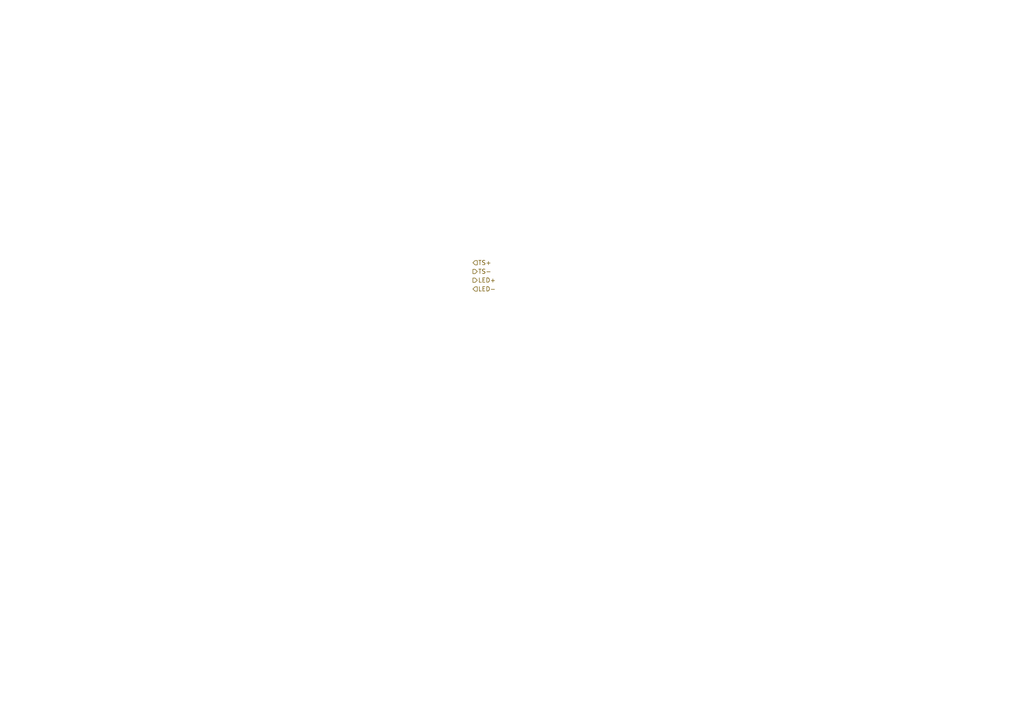
<source format=kicad_sch>
(kicad_sch
	(version 20231120)
	(generator "eeschema")
	(generator_version "8.0")
	(uuid "dab9d710-e0df-4f6b-b785-a79297de03bb")
	(paper "A4")
	(lib_symbols)
	(hierarchical_label "LED+"
		(shape output)
		(at 137.16 81.28 0)
		(fields_autoplaced yes)
		(effects
			(font
				(size 1.27 1.27)
			)
			(justify left)
		)
		(uuid "1a7298a5-f83c-4258-b355-02a519a30b7e")
	)
	(hierarchical_label "TS-"
		(shape output)
		(at 137.16 78.74 0)
		(fields_autoplaced yes)
		(effects
			(font
				(size 1.27 1.27)
			)
			(justify left)
		)
		(uuid "a0ba3177-e319-4ef8-9a3d-fcd53111507b")
	)
	(hierarchical_label "LED-"
		(shape input)
		(at 137.16 83.82 0)
		(fields_autoplaced yes)
		(effects
			(font
				(size 1.27 1.27)
			)
			(justify left)
		)
		(uuid "db7fd01c-c9ba-49dd-a585-f24e37306515")
	)
	(hierarchical_label "TS+"
		(shape input)
		(at 137.16 76.2 0)
		(fields_autoplaced yes)
		(effects
			(font
				(size 1.27 1.27)
			)
			(justify left)
		)
		(uuid "fbb64c5c-8925-4d04-b8b4-c26dcc036eba")
	)
)

</source>
